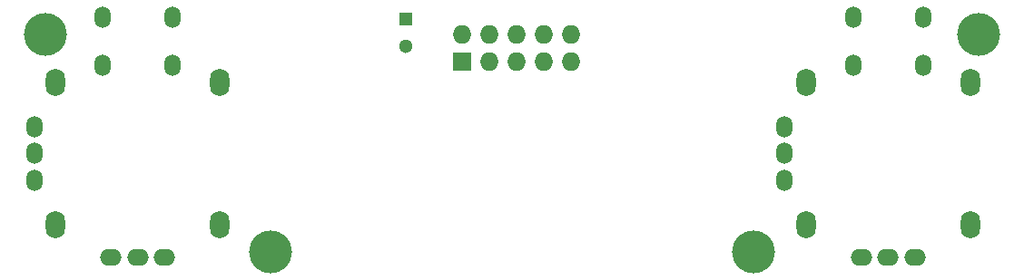
<source format=gts>
G04 #@! TF.FileFunction,Soldermask,Top*
%FSLAX46Y46*%
G04 Gerber Fmt 4.6, Leading zero omitted, Abs format (unit mm)*
G04 Created by KiCad (PCBNEW (2015-01-16 BZR 5376)-product) date 28/04/2015 16:45:27*
%MOMM*%
G01*
G04 APERTURE LIST*
%ADD10C,0.100000*%
%ADD11C,4.000000*%
%ADD12R,1.300000X1.300000*%
%ADD13C,1.300000*%
%ADD14O,1.800000X2.600000*%
%ADD15O,1.524000X2.000000*%
%ADD16O,2.000000X1.540000*%
%ADD17R,1.727200X1.727200*%
%ADD18O,1.727200X1.727200*%
G04 APERTURE END LIST*
D10*
D11*
X91440000Y-88900000D03*
X157480000Y-109220000D03*
X178435000Y-88900000D03*
X112395000Y-109220000D03*
D12*
X125000000Y-87500000D03*
D13*
X125000000Y-90000000D03*
D14*
X162350000Y-93350000D03*
X177650000Y-93350000D03*
X177650000Y-106650000D03*
X162350000Y-106650000D03*
D15*
X160350000Y-100000000D03*
X160350000Y-97500000D03*
X160350000Y-102500000D03*
D16*
X170000000Y-109750000D03*
X167500000Y-109750000D03*
X172500000Y-109750000D03*
D15*
X166750000Y-91750000D03*
X173250000Y-91750000D03*
X173250000Y-87250000D03*
X166750000Y-87250000D03*
D14*
X92350000Y-93350000D03*
X107650000Y-93350000D03*
X107650000Y-106650000D03*
X92350000Y-106650000D03*
D15*
X90350000Y-100000000D03*
X90350000Y-97500000D03*
X90350000Y-102500000D03*
D16*
X100000000Y-109750000D03*
X97500000Y-109750000D03*
X102500000Y-109750000D03*
D15*
X96750000Y-91750000D03*
X103250000Y-91750000D03*
X103250000Y-87250000D03*
X96750000Y-87250000D03*
D17*
X130302000Y-91440000D03*
D18*
X130302000Y-88900000D03*
X132842000Y-91440000D03*
X132842000Y-88900000D03*
X135382000Y-91440000D03*
X135382000Y-88900000D03*
X137922000Y-91440000D03*
X137922000Y-88900000D03*
X140462000Y-91440000D03*
X140462000Y-88900000D03*
M02*

</source>
